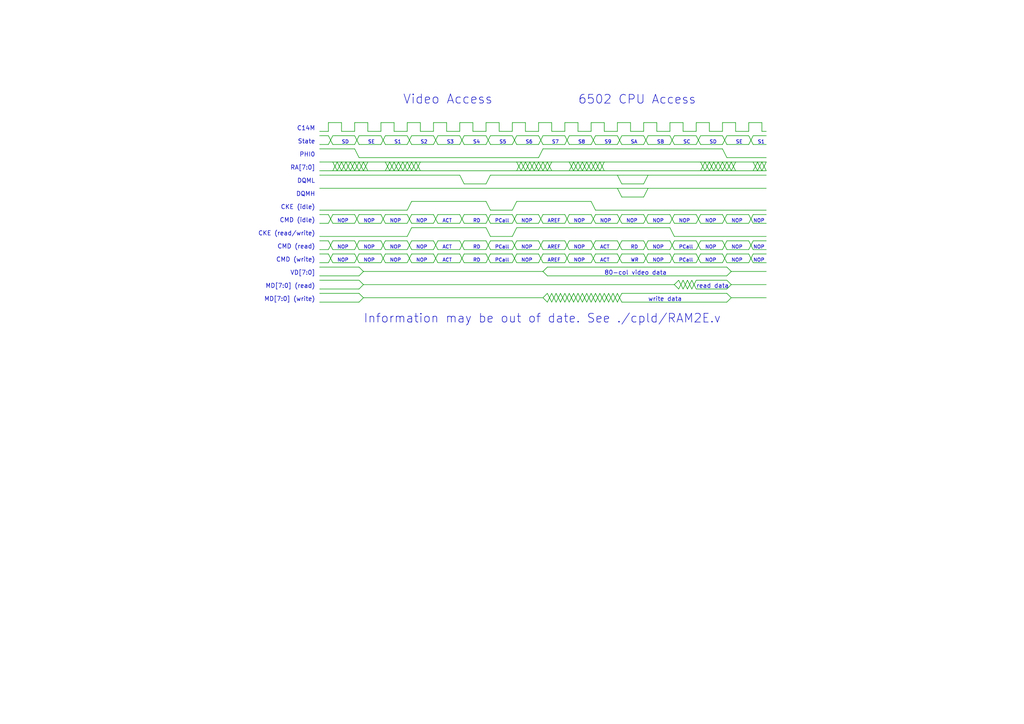
<source format=kicad_sch>
(kicad_sch (version 20230121) (generator eeschema)
  (paper "A4")
  (title_block (title "GW4203B (RAM2E II) - LCMXO2-640 / LCMXO2-1200") (date "2023-10-21") (rev "2.1") (company "Garrett's Workshop"))
  (lib_symbols)
  (wire (pts (xy 118.11 49.53) (xy 119.38 46.99)))
  (wire (pts (xy 125.73 73.66) (xy 119.38 73.66)))
  (wire (pts (xy 104.14 41.91) (xy 110.49 41.91)))
  (wire (pts (xy 219.71 49.53) (xy 220.98 46.99)))
  (wire (pts (xy 172.72 87.63) (xy 173.99 85.09)))
  (wire (pts (xy 172.72 64.77) (xy 179.07 64.77)))
  (wire (pts (xy 149.86 64.77) (xy 156.21 64.77)))
  (wire (pts (xy 149.86 46.99) (xy 151.13 49.53)))
  (wire (pts (xy 210.82 49.53) (xy 212.09 46.99)))
  (wire (pts (xy 203.2 41.91) (xy 209.55 41.91)))
  (wire (pts (xy 156.21 73.66) (xy 149.86 73.66)))
  (wire (pts (xy 163.83 64.77) (xy 165.1 62.23)))
  (wire (pts (xy 156.21 39.37) (xy 157.48 41.91)))
  (wire (pts (xy 95.25 38.1) (xy 92.71 38.1)))
  (wire (pts (xy 104.14 85.09) (xy 105.41 86.36)))
  (wire (pts (xy 96.52 64.77) (xy 102.87 64.77)))
  (wire (pts (xy 95.25 62.23) (xy 96.52 64.77)))
  (wire (pts (xy 104.14 45.72) (xy 156.21 45.72)))
  (wire (pts (xy 102.87 73.66) (xy 104.14 76.2)))
  (wire (pts (xy 92.71 54.61) (xy 222.25 54.61)))
  (wire (pts (xy 210.82 77.47) (xy 212.09 78.74)))
  (wire (pts (xy 110.49 73.66) (xy 104.14 73.66)))
  (wire (pts (xy 173.99 49.53) (xy 175.26 46.99)))
  (wire (pts (xy 92.71 49.53) (xy 222.25 49.53)))
  (wire (pts (xy 157.48 78.74) (xy 158.75 80.01)))
  (wire (pts (xy 156.21 69.85) (xy 157.48 72.39)))
  (wire (pts (xy 209.55 39.37) (xy 203.2 39.37)))
  (wire (pts (xy 179.07 54.61) (xy 180.34 57.15)))
  (wire (pts (xy 212.09 82.55) (xy 210.82 83.82)))
  (wire (pts (xy 95.25 72.39) (xy 96.52 69.85)))
  (wire (pts (xy 172.72 76.2) (xy 179.07 76.2)))
  (wire (pts (xy 222.25 62.23) (xy 218.44 62.23)))
  (wire (pts (xy 218.44 76.2) (xy 222.25 76.2)))
  (wire (pts (xy 201.93 35.56) (xy 205.74 35.56)))
  (wire (pts (xy 201.93 69.85) (xy 195.58 69.85)))
  (wire (pts (xy 118.11 69.85) (xy 111.76 69.85)))
  (wire (pts (xy 156.21 62.23) (xy 157.48 64.77)))
  (wire (pts (xy 209.55 41.91) (xy 210.82 39.37)))
  (wire (pts (xy 163.83 62.23) (xy 165.1 64.77)))
  (wire (pts (xy 212.09 86.36) (xy 210.82 87.63)))
  (wire (pts (xy 217.17 62.23) (xy 218.44 64.77)))
  (wire (pts (xy 119.38 76.2) (xy 125.73 76.2)))
  (wire (pts (xy 113.03 46.99) (xy 114.3 49.53)))
  (wire (pts (xy 96.52 49.53) (xy 97.79 46.99)))
  (wire (pts (xy 168.91 46.99) (xy 170.18 49.53)))
  (wire (pts (xy 134.62 64.77) (xy 140.97 64.77)))
  (wire (pts (xy 157.48 86.36) (xy 105.41 86.36)))
  (wire (pts (xy 175.26 38.1) (xy 179.07 38.1)))
  (wire (pts (xy 179.07 39.37) (xy 172.72 39.37)))
  (wire (pts (xy 171.45 73.66) (xy 165.1 73.66)))
  (wire (pts (xy 104.14 49.53) (xy 105.41 46.99)))
  (wire (pts (xy 194.31 41.91) (xy 195.58 39.37)))
  (wire (pts (xy 133.35 73.66) (xy 134.62 76.2)))
  (wire (pts (xy 180.34 87.63) (xy 210.82 87.63)))
  (wire (pts (xy 118.11 62.23) (xy 111.76 62.23)))
  (wire (pts (xy 194.31 72.39) (xy 195.58 69.85)))
  (wire (pts (xy 118.11 60.96) (xy 92.71 60.96)))
  (wire (pts (xy 140.97 58.42) (xy 142.24 60.96)))
  (wire (pts (xy 209.55 64.77) (xy 210.82 62.23)))
  (wire (pts (xy 110.49 72.39) (xy 111.76 69.85)))
  (wire (pts (xy 102.87 64.77) (xy 104.14 62.23)))
  (wire (pts (xy 133.35 69.85) (xy 127 69.85)))
  (wire (pts (xy 102.87 38.1) (xy 102.87 35.56)))
  (wire (pts (xy 92.71 43.18) (xy 102.87 43.18)))
  (wire (pts (xy 115.57 46.99) (xy 116.84 49.53)))
  (wire (pts (xy 171.45 58.42) (xy 172.72 60.96)))
  (wire (pts (xy 142.24 41.91) (xy 148.59 41.91)))
  (wire (pts (xy 118.11 41.91) (xy 119.38 39.37)))
  (wire (pts (xy 110.49 38.1) (xy 110.49 35.56)))
  (wire (pts (xy 171.45 49.53) (xy 172.72 46.99)))
  (wire (pts (xy 167.64 38.1) (xy 171.45 38.1)))
  (wire (pts (xy 201.93 72.39) (xy 203.2 69.85)))
  (wire (pts (xy 119.38 46.99) (xy 120.65 49.53)))
  (wire (pts (xy 180.34 72.39) (xy 186.69 72.39)))
  (wire (pts (xy 102.87 39.37) (xy 96.52 39.37)))
  (wire (pts (xy 101.6 49.53) (xy 102.87 46.99)))
  (wire (pts (xy 190.5 38.1) (xy 194.31 38.1)))
  (wire (pts (xy 205.74 46.99) (xy 207.01 49.53)))
  (wire (pts (xy 101.6 46.99) (xy 102.87 49.53)))
  (wire (pts (xy 218.44 46.99) (xy 219.71 49.53)))
  (wire (pts (xy 201.93 41.91) (xy 203.2 39.37)))
  (wire (pts (xy 201.93 76.2) (xy 203.2 73.66)))
  (wire (pts (xy 160.02 35.56) (xy 160.02 38.1)))
  (wire (pts (xy 209.55 62.23) (xy 203.2 62.23)))
  (wire (pts (xy 195.58 64.77) (xy 201.93 64.77)))
  (wire (pts (xy 105.41 82.55) (xy 195.58 82.55)))
  (wire (pts (xy 201.93 83.82) (xy 210.82 83.82)))
  (wire (pts (xy 208.28 49.53) (xy 209.55 46.99)))
  (wire (pts (xy 156.21 64.77) (xy 157.48 62.23)))
  (wire (pts (xy 218.44 64.77) (xy 222.25 64.77)))
  (wire (pts (xy 179.07 87.63) (xy 180.34 85.09)))
  (wire (pts (xy 194.31 62.23) (xy 187.96 62.23)))
  (wire (pts (xy 105.41 78.74) (xy 157.48 78.74)))
  (wire (pts (xy 105.41 49.53) (xy 106.68 46.99)))
  (wire (pts (xy 209.55 39.37) (xy 210.82 41.91)))
  (wire (pts (xy 217.17 35.56) (xy 220.98 35.56)))
  (wire (pts (xy 220.98 38.1) (xy 222.25 38.1)))
  (wire (pts (xy 163.83 39.37) (xy 157.48 39.37)))
  (wire (pts (xy 157.48 64.77) (xy 163.83 64.77)))
  (wire (pts (xy 177.8 87.63) (xy 179.07 85.09)))
  (wire (pts (xy 217.17 39.37) (xy 210.82 39.37)))
  (wire (pts (xy 165.1 64.77) (xy 171.45 64.77)))
  (wire (pts (xy 100.33 49.53) (xy 101.6 46.99)))
  (wire (pts (xy 140.97 38.1) (xy 140.97 35.56)))
  (wire (pts (xy 171.45 38.1) (xy 171.45 35.56)))
  (wire (pts (xy 180.34 41.91) (xy 186.69 41.91)))
  (wire (pts (xy 140.97 69.85) (xy 142.24 72.39)))
  (wire (pts (xy 194.31 38.1) (xy 194.31 35.56)))
  (wire (pts (xy 95.25 64.77) (xy 96.52 62.23)))
  (wire (pts (xy 110.49 69.85) (xy 111.76 72.39)))
  (wire (pts (xy 125.73 41.91) (xy 127 39.37)))
  (wire (pts (xy 186.69 73.66) (xy 180.34 73.66)))
  (wire (pts (xy 171.45 69.85) (xy 172.72 72.39)))
  (wire (pts (xy 179.07 39.37) (xy 180.34 41.91)))
  (wire (pts (xy 148.59 38.1) (xy 148.59 35.56)))
  (wire (pts (xy 212.09 46.99) (xy 213.36 49.53)))
  (wire (pts (xy 217.17 69.85) (xy 218.44 72.39)))
  (wire (pts (xy 203.2 49.53) (xy 204.47 46.99)))
  (wire (pts (xy 149.86 41.91) (xy 156.21 41.91)))
  (wire (pts (xy 119.38 64.77) (xy 125.73 64.77)))
  (wire (pts (xy 186.69 62.23) (xy 187.96 64.77)))
  (wire (pts (xy 95.25 35.56) (xy 95.25 38.1)))
  (wire (pts (xy 176.53 87.63) (xy 177.8 85.09)))
  (wire (pts (xy 102.87 72.39) (xy 104.14 69.85)))
  (wire (pts (xy 163.83 39.37) (xy 165.1 41.91)))
  (wire (pts (xy 95.25 69.85) (xy 92.71 69.85)))
  (wire (pts (xy 210.82 81.28) (xy 212.09 82.55)))
  (wire (pts (xy 140.97 73.66) (xy 142.24 76.2)))
  (wire (pts (xy 102.87 46.99) (xy 104.14 49.53)))
  (wire (pts (xy 217.17 41.91) (xy 218.44 39.37)))
  (wire (pts (xy 110.49 39.37) (xy 111.76 41.91)))
  (wire (pts (xy 205.74 49.53) (xy 207.01 46.99)))
  (wire (pts (xy 118.11 76.2) (xy 119.38 73.66)))
  (wire (pts (xy 100.33 46.99) (xy 101.6 49.53)))
  (wire (pts (xy 92.71 83.82) (xy 104.14 83.82)))
  (wire (pts (xy 168.91 87.63) (xy 170.18 85.09)))
  (wire (pts (xy 209.55 35.56) (xy 213.36 35.56)))
  (wire (pts (xy 179.07 72.39) (xy 180.34 69.85)))
  (wire (pts (xy 121.92 35.56) (xy 121.92 38.1)))
  (wire (pts (xy 195.58 72.39) (xy 201.93 72.39)))
  (wire (pts (xy 133.35 41.91) (xy 134.62 39.37)))
  (wire (pts (xy 163.83 69.85) (xy 165.1 72.39)))
  (wire (pts (xy 157.48 41.91) (xy 163.83 41.91)))
  (wire (pts (xy 106.68 38.1) (xy 110.49 38.1)))
  (wire (pts (xy 133.35 39.37) (xy 134.62 41.91)))
  (wire (pts (xy 203.2 76.2) (xy 209.55 76.2)))
  (wire (pts (xy 186.69 38.1) (xy 186.69 35.56)))
  (wire (pts (xy 203.2 46.99) (xy 204.47 49.53)))
  (wire (pts (xy 118.11 73.66) (xy 119.38 76.2)))
  (wire (pts (xy 140.97 69.85) (xy 134.62 69.85)))
  (wire (pts (xy 210.82 85.09) (xy 212.09 86.36)))
  (wire (pts (xy 201.93 62.23) (xy 203.2 64.77)))
  (wire (pts (xy 209.55 73.66) (xy 203.2 73.66)))
  (wire (pts (xy 194.31 73.66) (xy 187.96 73.66)))
  (wire (pts (xy 217.17 62.23) (xy 210.82 62.23)))
  (wire (pts (xy 194.31 39.37) (xy 195.58 41.91)))
  (wire (pts (xy 187.96 64.77) (xy 194.31 64.77)))
  (wire (pts (xy 195.58 41.91) (xy 201.93 41.91)))
  (wire (pts (xy 165.1 41.91) (xy 171.45 41.91)))
  (wire (pts (xy 157.48 78.74) (xy 158.75 77.47)))
  (wire (pts (xy 171.45 85.09) (xy 172.72 87.63)))
  (wire (pts (xy 114.3 35.56) (xy 114.3 38.1)))
  (wire (pts (xy 104.14 46.99) (xy 105.41 49.53)))
  (wire (pts (xy 148.59 62.23) (xy 149.86 64.77)))
  (wire (pts (xy 194.31 62.23) (xy 195.58 64.77)))
  (wire (pts (xy 210.82 45.72) (xy 222.25 45.72)))
  (wire (pts (xy 148.59 73.66) (xy 149.86 76.2)))
  (wire (pts (xy 168.91 49.53) (xy 170.18 46.99)))
  (wire (pts (xy 194.31 69.85) (xy 195.58 72.39)))
  (wire (pts (xy 140.97 73.66) (xy 134.62 73.66)))
  (wire (pts (xy 175.26 35.56) (xy 175.26 38.1)))
  (wire (pts (xy 171.45 87.63) (xy 172.72 85.09)))
  (wire (pts (xy 179.07 38.1) (xy 179.07 35.56)))
  (wire (pts (xy 199.39 81.28) (xy 200.66 83.82)))
  (wire (pts (xy 118.11 38.1) (xy 118.11 35.56)))
  (wire (pts (xy 133.35 73.66) (xy 127 73.66)))
  (wire (pts (xy 186.69 69.85) (xy 187.96 72.39)))
  (wire (pts (xy 142.24 68.58) (xy 148.59 68.58)))
  (wire (pts (xy 201.93 73.66) (xy 203.2 76.2)))
  (wire (pts (xy 118.11 39.37) (xy 119.38 41.91)))
  (wire (pts (xy 160.02 38.1) (xy 163.83 38.1)))
  (wire (pts (xy 186.69 39.37) (xy 187.96 41.91)))
  (wire (pts (xy 144.78 38.1) (xy 148.59 38.1)))
  (wire (pts (xy 158.75 87.63) (xy 160.02 85.09)))
  (wire (pts (xy 171.45 72.39) (xy 172.72 69.85)))
  (wire (pts (xy 95.25 69.85) (xy 96.52 72.39)))
  (wire (pts (xy 140.97 39.37) (xy 134.62 39.37)))
  (wire (pts (xy 201.93 64.77) (xy 203.2 62.23)))
  (wire (pts (xy 172.72 41.91) (xy 179.07 41.91)))
  (wire (pts (xy 198.12 83.82) (xy 199.39 81.28)))
  (wire (pts (xy 120.65 46.99) (xy 121.92 49.53)))
  (wire (pts (xy 179.07 62.23) (xy 172.72 62.23)))
  (wire (pts (xy 157.48 43.18) (xy 209.55 43.18)))
  (wire (pts (xy 92.71 77.47) (xy 104.14 77.47)))
  (wire (pts (xy 99.06 49.53) (xy 100.33 46.99)))
  (wire (pts (xy 142.24 50.8) (xy 222.25 50.8)))
  (wire (pts (xy 114.3 38.1) (xy 118.11 38.1)))
  (wire (pts (xy 210.82 76.2) (xy 217.17 76.2)))
  (wire (pts (xy 171.45 73.66) (xy 172.72 76.2)))
  (wire (pts (xy 203.2 64.77) (xy 209.55 64.77)))
  (wire (pts (xy 148.59 72.39) (xy 149.86 69.85)))
  (wire (pts (xy 111.76 46.99) (xy 113.03 49.53)))
  (wire (pts (xy 129.54 38.1) (xy 133.35 38.1)))
  (wire (pts (xy 160.02 85.09) (xy 161.29 87.63)))
  (wire (pts (xy 105.41 78.74) (xy 104.14 80.01)))
  (wire (pts (xy 133.35 69.85) (xy 134.62 72.39)))
  (wire (pts (xy 129.54 35.56) (xy 129.54 38.1)))
  (wire (pts (xy 217.17 38.1) (xy 217.17 35.56)))
  (wire (pts (xy 140.97 64.77) (xy 142.24 62.23)))
  (wire (pts (xy 179.07 73.66) (xy 172.72 73.66)))
  (wire (pts (xy 125.73 35.56) (xy 129.54 35.56)))
  (wire (pts (xy 194.31 64.77) (xy 195.58 62.23)))
  (wire (pts (xy 179.07 41.91) (xy 180.34 39.37)))
  (wire (pts (xy 175.26 85.09) (xy 176.53 87.63)))
  (wire (pts (xy 140.97 62.23) (xy 142.24 64.77)))
  (wire (pts (xy 111.76 49.53) (xy 113.03 46.99)))
  (wire (pts (xy 110.49 76.2) (xy 111.76 73.66)))
  (wire (pts (xy 133.35 35.56) (xy 137.16 35.56)))
  (wire (pts (xy 220.98 49.53) (xy 222.25 46.99)))
  (wire (pts (xy 127 76.2) (xy 133.35 76.2)))
  (wire (pts (xy 167.64 35.56) (xy 167.64 38.1)))
  (wire (pts (xy 137.16 38.1) (xy 140.97 38.1)))
  (wire (pts (xy 158.75 85.09) (xy 160.02 87.63)))
  (wire (pts (xy 179.07 62.23) (xy 180.34 64.77)))
  (wire (pts (xy 134.62 72.39) (xy 140.97 72.39)))
  (wire (pts (xy 116.84 46.99) (xy 118.11 49.53)))
  (wire (pts (xy 102.87 69.85) (xy 96.52 69.85)))
  (wire (pts (xy 163.83 73.66) (xy 157.48 73.66)))
  (wire (pts (xy 165.1 72.39) (xy 171.45 72.39)))
  (wire (pts (xy 187.96 72.39) (xy 194.31 72.39)))
  (wire (pts (xy 166.37 49.53) (xy 167.64 46.99)))
  (wire (pts (xy 96.52 72.39) (xy 102.87 72.39)))
  (wire (pts (xy 92.71 50.8) (xy 133.35 50.8)))
  (wire (pts (xy 156.21 45.72) (xy 157.48 43.18)))
  (wire (pts (xy 171.45 39.37) (xy 172.72 41.91)))
  (wire (pts (xy 175.26 87.63) (xy 176.53 85.09)))
  (wire (pts (xy 172.72 46.99) (xy 173.99 49.53)))
  (wire (pts (xy 179.07 73.66) (xy 180.34 76.2)))
  (wire (pts (xy 167.64 85.09) (xy 168.91 87.63)))
  (wire (pts (xy 186.69 39.37) (xy 180.34 39.37)))
  (wire (pts (xy 222.25 73.66) (xy 218.44 73.66)))
  (wire (pts (xy 110.49 39.37) (xy 104.14 39.37)))
  (wire (pts (xy 95.25 76.2) (xy 92.71 76.2)))
  (wire (pts (xy 170.18 87.63) (xy 171.45 85.09)))
  (wire (pts (xy 180.34 85.09) (xy 210.82 85.09)))
  (wire (pts (xy 152.4 38.1) (xy 156.21 38.1)))
  (wire (pts (xy 158.75 49.53) (xy 160.02 46.99)))
  (wire (pts (xy 163.83 35.56) (xy 167.64 35.56)))
  (wire (pts (xy 106.68 35.56) (xy 106.68 38.1)))
  (wire (pts (xy 104.14 64.77) (xy 110.49 64.77)))
  (wire (pts (xy 187.96 41.91) (xy 194.31 41.91)))
  (wire (pts (xy 111.76 41.91) (xy 118.11 41.91)))
  (wire (pts (xy 157.48 72.39) (xy 163.83 72.39)))
  (wire (pts (xy 218.44 49.53) (xy 219.71 46.99)))
  (wire (pts (xy 144.78 35.56) (xy 144.78 38.1)))
  (wire (pts (xy 213.36 38.1) (xy 217.17 38.1)))
  (wire (pts (xy 158.75 80.01) (xy 210.82 80.01)))
  (wire (pts (xy 165.1 46.99) (xy 166.37 49.53)))
  (wire (pts (xy 163.83 85.09) (xy 165.1 87.63)))
  (wire (pts (xy 134.62 41.91) (xy 140.97 41.91)))
  (wire (pts (xy 205.74 38.1) (xy 209.55 38.1)))
  (wire (pts (xy 212.09 82.55) (xy 222.25 82.55)))
  (wire (pts (xy 217.17 64.77) (xy 218.44 62.23)))
  (wire (pts (xy 172.72 49.53) (xy 173.99 46.99)))
  (wire (pts (xy 209.55 69.85) (xy 203.2 69.85)))
  (wire (pts (xy 196.85 83.82) (xy 198.12 81.28)))
  (wire (pts (xy 209.55 46.99) (xy 210.82 49.53)))
  (wire (pts (xy 133.35 64.77) (xy 134.62 62.23)))
  (wire (pts (xy 133.35 38.1) (xy 133.35 35.56)))
  (wire (pts (xy 156.21 72.39) (xy 157.48 69.85)))
  (wire (pts (xy 163.83 72.39) (xy 165.1 69.85)))
  (wire (pts (xy 127 64.77) (xy 133.35 64.77)))
  (wire (pts (xy 156.21 76.2) (xy 157.48 73.66)))
  (wire (pts (xy 212.09 49.53) (xy 213.36 46.99)))
  (wire (pts (xy 96.52 46.99) (xy 97.79 49.53)))
  (wire (pts (xy 104.14 77.47) (xy 105.41 78.74)))
  (wire (pts (xy 171.45 64.77) (xy 172.72 62.23)))
  (wire (pts (xy 172.72 60.96) (xy 222.25 60.96)))
  (wire (pts (xy 157.48 86.36) (xy 158.75 87.63)))
  (wire (pts (xy 148.59 73.66) (xy 142.24 73.66)))
  (wire (pts (xy 153.67 46.99) (xy 154.94 49.53)))
  (wire (pts (xy 210.82 46.99) (xy 212.09 49.53)))
  (wire (pts (xy 209.55 72.39) (xy 210.82 69.85)))
  (wire (pts (xy 110.49 64.77) (xy 111.76 62.23)))
  (wire (pts (xy 142.24 76.2) (xy 148.59 76.2)))
  (wire (pts (xy 95.25 72.39) (xy 92.71 72.39)))
  (wire (pts (xy 194.31 39.37) (xy 187.96 39.37)))
  (wire (pts (xy 186.69 35.56) (xy 190.5 35.56)))
  (wire (pts (xy 133.35 50.8) (xy 134.62 53.34)))
  (wire (pts (xy 217.17 73.66) (xy 210.82 73.66)))
  (wire (pts (xy 113.03 49.53) (xy 114.3 46.99)))
  (wire (pts (xy 119.38 66.04) (xy 118.11 68.58)))
  (wire (pts (xy 167.64 46.99) (xy 168.91 49.53)))
  (wire (pts (xy 186.69 64.77) (xy 187.96 62.23)))
  (wire (pts (xy 140.97 58.42) (xy 119.38 58.42)))
  (wire (pts (xy 151.13 46.99) (xy 152.4 49.53)))
  (wire (pts (xy 217.17 39.37) (xy 218.44 41.91)))
  (wire (pts (xy 201.93 39.37) (xy 195.58 39.37)))
  (wire (pts (xy 102.87 49.53) (xy 104.14 46.99)))
  (wire (pts (xy 149.86 72.39) (xy 156.21 72.39)))
  (wire (pts (xy 140.97 41.91) (xy 142.24 39.37)))
  (wire (pts (xy 180.34 64.77) (xy 186.69 64.77)))
  (wire (pts (xy 209.55 76.2) (xy 210.82 73.66)))
  (wire (pts (xy 118.11 39.37) (xy 111.76 39.37)))
  (wire (pts (xy 179.07 50.8) (xy 180.34 53.34)))
  (wire (pts (xy 99.06 46.99) (xy 100.33 49.53)))
  (wire (pts (xy 186.69 72.39) (xy 187.96 69.85)))
  (wire (pts (xy 110.49 41.91) (xy 111.76 39.37)))
  (wire (pts (xy 92.71 46.99) (xy 222.25 46.99)))
  (wire (pts (xy 163.83 76.2) (xy 165.1 73.66)))
  (wire (pts (xy 172.72 85.09) (xy 173.99 87.63)))
  (wire (pts (xy 179.07 64.77) (xy 180.34 62.23)))
  (wire (pts (xy 105.41 86.36) (xy 104.14 87.63)))
  (wire (pts (xy 92.71 85.09) (xy 104.14 85.09)))
  (wire (pts (xy 165.1 85.09) (xy 166.37 87.63)))
  (wire (pts (xy 163.83 62.23) (xy 157.48 62.23)))
  (wire (pts (xy 95.25 64.77) (xy 92.71 64.77)))
  (wire (pts (xy 204.47 49.53) (xy 205.74 46.99)))
  (wire (pts (xy 163.83 87.63) (xy 165.1 85.09)))
  (wire (pts (xy 194.31 35.56) (xy 198.12 35.56)))
  (wire (pts (xy 161.29 87.63) (xy 162.56 85.09)))
  (wire (pts (xy 163.83 73.66) (xy 165.1 76.2)))
  (wire (pts (xy 102.87 69.85) (xy 104.14 72.39)))
  (wire (pts (xy 186.69 41.91) (xy 187.96 39.37)))
  (wire (pts (xy 95.25 41.91) (xy 96.52 39.37)))
  (wire (pts (xy 125.73 62.23) (xy 127 64.77)))
  (wire (pts (xy 194.31 69.85) (xy 187.96 69.85)))
  (wire (pts (xy 95.25 62.23) (xy 92.71 62.23)))
  (wire (pts (xy 125.73 62.23) (xy 119.38 62.23)))
  (wire (pts (xy 180.34 57.15) (xy 186.69 57.15)))
  (wire (pts (xy 140.97 76.2) (xy 142.24 73.66)))
  (wire (pts (xy 125.73 38.1) (xy 125.73 35.56)))
  (wire (pts (xy 148.59 76.2) (xy 149.86 73.66)))
  (wire (pts (xy 118.11 64.77) (xy 119.38 62.23)))
  (wire (pts (xy 118.11 46.99) (xy 119.38 49.53)))
  (wire (pts (xy 102.87 39.37) (xy 104.14 41.91)))
  (wire (pts (xy 160.02 87.63) (xy 161.29 85.09)))
  (wire (pts (xy 194.31 73.66) (xy 195.58 76.2)))
  (wire (pts (xy 99.06 35.56) (xy 99.06 38.1)))
  (wire (pts (xy 125.73 76.2) (xy 127 73.66)))
  (wire (pts (xy 172.72 72.39) (xy 179.07 72.39)))
  (wire (pts (xy 165.1 49.53) (xy 166.37 46.99)))
  (wire (pts (xy 133.35 39.37) (xy 127 39.37)))
  (wire (pts (xy 157.48 46.99) (xy 158.75 49.53)))
  (wire (pts (xy 120.65 49.53) (xy 121.92 46.99)))
  (wire (pts (xy 186.69 57.15) (xy 187.96 54.61)))
  (wire (pts (xy 95.25 39.37) (xy 96.52 41.91)))
  (wire (pts (xy 110.49 69.85) (xy 104.14 69.85)))
  (wire (pts (xy 148.59 35.56) (xy 152.4 35.56)))
  (wire (pts (xy 140.97 53.34) (xy 142.24 50.8)))
  (wire (pts (xy 140.97 66.04) (xy 119.38 66.04)))
  (wire (pts (xy 222.25 69.85) (xy 218.44 69.85)))
  (wire (pts (xy 167.64 87.63) (xy 168.91 85.09)))
  (wire (pts (xy 148.59 69.85) (xy 149.86 72.39)))
  (wire (pts (xy 217.17 73.66) (xy 218.44 76.2)))
  (wire (pts (xy 201.93 73.66) (xy 195.58 73.66)))
  (wire (pts (xy 204.47 46.99) (xy 205.74 49.53)))
  (wire (pts (xy 125.73 39.37) (xy 119.38 39.37)))
  (wire (pts (xy 104.14 72.39) (xy 110.49 72.39)))
  (wire (pts (xy 111.76 64.77) (xy 118.11 64.77)))
  (wire (pts (xy 148.59 62.23) (xy 142.24 62.23)))
  (wire (pts (xy 201.93 81.28) (xy 210.82 81.28)))
  (wire (pts (xy 209.55 49.53) (xy 210.82 46.99)))
  (wire (pts (xy 201.93 39.37) (xy 203.2 41.91)))
  (wire (pts (xy 142.24 72.39) (xy 148.59 72.39)))
  (wire (pts (xy 96.52 41.91) (xy 102.87 41.91)))
  (wire (pts (xy 97.79 49.53) (xy 99.06 46.99)))
  (wire (pts (xy 194.31 76.2) (xy 195.58 73.66)))
  (wire (pts (xy 199.39 83.82) (xy 200.66 81.28)))
  (wire (pts (xy 140.97 72.39) (xy 142.24 69.85)))
  (wire (pts (xy 99.06 38.1) (xy 102.87 38.1)))
  (wire (pts (xy 119.38 72.39) (xy 125.73 72.39)))
  (wire (pts (xy 210.82 41.91) (xy 217.17 41.91)))
  (wire (pts (xy 165.1 87.63) (xy 166.37 85.09)))
  (wire (pts (xy 195.58 68.58) (xy 222.25 68.58)))
  (wire (pts (xy 207.01 46.99) (xy 208.28 49.53)))
  (wire (pts (xy 186.69 53.34) (xy 187.96 50.8)))
  (wire (pts (xy 152.4 46.99) (xy 153.67 49.53)))
  (wire (pts (xy 156.21 69.85) (xy 149.86 69.85)))
  (wire (pts (xy 157.48 86.36) (xy 158.75 85.09)))
  (wire (pts (xy 114.3 46.99) (xy 115.57 49.53)))
  (wire (pts (xy 110.49 35.56) (xy 114.3 35.56)))
  (wire (pts (xy 217.17 72.39) (xy 218.44 69.85)))
  (wire (pts (xy 92.71 87.63) (xy 104.14 87.63)))
  (wire (pts (xy 200.66 83.82) (xy 201.93 81.28)))
  (wire (pts (xy 111.76 72.39) (xy 118.11 72.39)))
  (wire (pts (xy 154.94 49.53) (xy 156.21 46.99)))
  (wire (pts (xy 166.37 85.09) (xy 167.64 87.63)))
  (wire (pts (xy 186.69 76.2) (xy 187.96 73.66)))
  (wire (pts (xy 95.25 76.2) (xy 96.52 73.66)))
  (wire (pts (xy 92.71 81.28) (xy 104.14 81.28)))
  (wire (pts (xy 125.73 69.85) (xy 127 72.39)))
  (wire (pts (xy 118.11 69.85) (xy 119.38 72.39)))
  (wire (pts (xy 201.93 69.85) (xy 203.2 72.39)))
  (wire (pts (xy 127 72.39) (xy 133.35 72.39)))
  (wire (pts (xy 116.84 49.53) (xy 118.11 46.99)))
  (wire (pts (xy 153.67 49.53) (xy 154.94 46.99)))
  (wire (pts (xy 190.5 35.56) (xy 190.5 38.1)))
  (wire (pts (xy 212.09 86.36) (xy 222.25 86.36)))
  (wire (pts (xy 102.87 43.18) (xy 104.14 45.72)))
  (wire (pts (xy 142.24 60.96) (xy 148.59 60.96)))
  (wire (pts (xy 125.73 64.77) (xy 127 62.23)))
  (wire (pts (xy 182.88 38.1) (xy 186.69 38.1)))
  (wire (pts (xy 158.75 77.47) (xy 210.82 77.47)))
  (wire (pts (xy 157.48 49.53) (xy 158.75 46.99)))
  (wire (pts (xy 198.12 35.56) (xy 198.12 38.1)))
  (wire (pts (xy 102.87 62.23) (xy 104.14 64.77)))
  (wire (pts (xy 220.98 35.56) (xy 220.98 38.1)))
  (wire (pts (xy 102.87 73.66) (xy 96.52 73.66)))
  (wire (pts (xy 218.44 41.91) (xy 222.25 41.91)))
  (wire (pts (xy 110.49 73.66) (xy 111.76 76.2)))
  (wire (pts (xy 127 41.91) (xy 133.35 41.91)))
  (wire (pts (xy 134.62 76.2) (xy 140.97 76.2)))
  (wire (pts (xy 157.48 76.2) (xy 163.83 76.2)))
  (wire (pts (xy 158.75 46.99) (xy 160.02 49.53)))
  (wire (pts (xy 156.21 39.37) (xy 149.86 39.37)))
  (wire (pts (xy 133.35 72.39) (xy 134.62 69.85)))
  (wire (pts (xy 156.21 35.56) (xy 160.02 35.56)))
  (wire (pts (xy 148.59 39.37) (xy 149.86 41.91)))
  (wire (pts (xy 118.11 35.56) (xy 121.92 35.56)))
  (wire (pts (xy 195.58 82.55) (xy 196.85 83.82)))
  (wire (pts (xy 115.57 49.53) (xy 116.84 46.99)))
  (wire (pts (xy 140.97 62.23) (xy 134.62 62.23)))
  (wire (pts (xy 210.82 64.77) (xy 217.17 64.77)))
  (wire (pts (xy 119.38 58.42) (xy 118.11 60.96)))
  (wire (pts (xy 125.73 73.66) (xy 127 76.2)))
  (wire (pts (xy 186.69 73.66) (xy 187.96 76.2)))
  (wire (pts (xy 149.86 66.04) (xy 148.59 68.58)))
  (wire (pts (xy 201.93 38.1) (xy 201.93 35.56)))
  (wire (pts (xy 162.56 87.63) (xy 163.83 85.09)))
  (wire (pts (xy 125.73 69.85) (xy 119.38 69.85)))
  (wire (pts (xy 218.44 72.39) (xy 222.25 72.39)))
  (wire (pts (xy 187.96 76.2) (xy 194.31 76.2)))
  (wire (pts (xy 118.11 62.23) (xy 119.38 64.77)))
  (wire (pts (xy 213.36 35.56) (xy 213.36 38.1)))
  (wire (pts (xy 171.45 46.99) (xy 172.72 49.53)))
  (wire (pts (xy 196.85 81.28) (xy 198.12 83.82)))
  (wire (pts (xy 119.38 41.91) (xy 125.73 41.91)))
  (wire (pts (xy 198.12 81.28) (xy 199.39 83.82)))
  (wire (pts (xy 140.97 66.04) (xy 142.24 68.58)))
  (wire (pts (xy 203.2 72.39) (xy 209.55 72.39)))
  (wire (pts (xy 171.45 39.37) (xy 165.1 39.37)))
  (wire (pts (xy 104.14 76.2) (xy 110.49 76.2)))
  (wire (pts (xy 154.94 46.99) (xy 156.21 49.53)))
  (wire (pts (xy 171.45 41.91) (xy 172.72 39.37)))
  (wire (pts (xy 118.11 72.39) (xy 119.38 69.85)))
  (wire (pts (xy 156.21 38.1) (xy 156.21 35.56)))
  (wire (pts (xy 156.21 49.53) (xy 157.48 46.99)))
  (wire (pts (xy 140.97 39.37) (xy 142.24 41.91)))
  (wire (pts (xy 179.07 69.85) (xy 172.72 69.85)))
  (wire (pts (xy 102.87 76.2) (xy 104.14 73.66)))
  (wire (pts (xy 110.49 62.23) (xy 104.14 62.23)))
  (wire (pts (xy 95.25 41.91) (xy 92.71 41.91)))
  (wire (pts (xy 195.58 82.55) (xy 196.85 81.28)))
  (wire (pts (xy 156.21 73.66) (xy 157.48 76.2)))
  (wire (pts (xy 148.59 69.85) (xy 142.24 69.85)))
  (wire (pts (xy 152.4 49.53) (xy 153.67 46.99)))
  (wire (pts (xy 95.25 39.37) (xy 92.71 39.37)))
  (wire (pts (xy 173.99 87.63) (xy 175.26 85.09)))
  (wire (pts (xy 163.83 41.91) (xy 165.1 39.37)))
  (wire (pts (xy 209.55 38.1) (xy 209.55 35.56)))
  (wire (pts (xy 180.34 76.2) (xy 186.69 76.2)))
  (wire (pts (xy 209.55 69.85) (xy 210.82 72.39)))
  (wire (pts (xy 212.09 78.74) (xy 210.82 80.01)))
  (wire (pts (xy 148.59 41.91) (xy 149.86 39.37)))
  (wire (pts (xy 176.53 85.09) (xy 177.8 87.63)))
  (wire (pts (xy 133.35 62.23) (xy 134.62 64.77)))
  (wire (pts (xy 179.07 35.56) (xy 182.88 35.56)))
  (wire (pts (xy 149.86 58.42) (xy 148.59 60.96)))
  (wire (pts (xy 217.17 69.85) (xy 210.82 69.85)))
  (wire (pts (xy 200.66 81.28) (xy 201.93 83.82)))
  (wire (pts (xy 110.49 62.23) (xy 111.76 64.77)))
  (wire (pts (xy 201.93 62.23) (xy 195.58 62.23)))
  (wire (pts (xy 149.86 76.2) (xy 156.21 76.2)))
  (wire (pts (xy 125.73 72.39) (xy 127 69.85)))
  (wire (pts (xy 166.37 87.63) (xy 167.64 85.09)))
  (wire (pts (xy 148.59 64.77) (xy 149.86 62.23)))
  (wire (pts (xy 133.35 62.23) (xy 127 62.23)))
  (wire (pts (xy 179.07 76.2) (xy 180.34 73.66)))
  (wire (pts (xy 156.21 62.23) (xy 149.86 62.23)))
  (wire (pts (xy 102.87 35.56) (xy 106.68 35.56)))
  (wire (pts (xy 219.71 46.99) (xy 220.98 49.53)))
  (wire (pts (xy 170.18 49.53) (xy 171.45 46.99)))
  (wire (pts (xy 152.4 35.56) (xy 152.4 38.1)))
  (wire (pts (xy 194.31 66.04) (xy 149.86 66.04)))
  (wire (pts (xy 209.55 43.18) (xy 210.82 45.72)))
  (wire (pts (xy 207.01 49.53) (xy 208.28 46.99)))
  (wire (pts (xy 166.37 46.99) (xy 167.64 49.53)))
  (wire (pts (xy 105.41 82.55) (xy 104.14 83.82)))
  (wire (pts (xy 170.18 85.09) (xy 171.45 87.63)))
  (wire (pts (xy 217.17 76.2) (xy 218.44 73.66)))
  (wire (pts (xy 97.79 46.99) (xy 99.06 49.53)))
  (wire (pts (xy 142.24 64.77) (xy 148.59 64.77)))
  (wire (pts (xy 173.99 46.99) (xy 175.26 49.53)))
  (wire (pts (xy 210.82 72.39) (xy 217.17 72.39)))
  (wire (pts (xy 114.3 49.53) (xy 115.57 46.99)))
  (wire (pts (xy 179.07 69.85) (xy 180.34 72.39)))
  (wire (pts (xy 167.64 49.53) (xy 168.91 46.99)))
  (wire (pts (xy 173.99 85.09) (xy 175.26 87.63)))
  (wire (pts (xy 209.55 73.66) (xy 210.82 76.2)))
  (wire (pts (xy 168.91 85.09) (xy 170.18 87.63)))
  (wire (pts (xy 222.25 39.37) (xy 218.44 39.37)))
  (wire (pts (xy 171.45 62.23) (xy 172.72 64.77)))
  (wire (pts (xy 161.29 85.09) (xy 162.56 87.63)))
  (wire (pts (xy 125.73 39.37) (xy 127 41.91)))
  (wire (pts (xy 156.21 41.91) (xy 157.48 39.37)))
  (wire (pts (xy 163.83 69.85) (xy 157.48 69.85)))
  (wire (pts (xy 118.11 73.66) (xy 111.76 73.66)))
  (wire (pts (xy 118.11 68.58) (xy 92.71 68.58)))
  (wire (pts (xy 212.09 78.74) (xy 222.25 78.74)))
  (wire (pts (xy 102.87 62.23) (xy 96.52 62.23)))
  (wire (pts (xy 149.86 49.53) (xy 151.13 46.99)))
  (wire (pts (xy 133.35 76.2) (xy 134.62 73.66)))
  (wire (pts (xy 96.52 76.2) (xy 102.87 76.2)))
  (wire (pts (xy 119.38 49.53) (xy 120.65 46.99)))
  (wire (pts (xy 205.74 35.56) (xy 205.74 38.1)))
  (wire (pts (xy 162.56 85.09) (xy 163.83 87.63)))
  (wire (pts (xy 151.13 49.53) (xy 152.4 46.99)))
  (wire (pts (xy 194.31 66.04) (xy 195.58 68.58)))
  (wire (pts (xy 99.06 35.56) (xy 95.25 35.56)))
  (wire (pts (xy 95.25 73.66) (xy 92.71 73.66)))
  (wire (pts (xy 182.88 35.56) (xy 182.88 38.1)))
  (wire (pts (xy 102.87 41.91) (xy 104.14 39.37)))
  (wire (pts (xy 111.76 76.2) (xy 118.11 76.2)))
  (wire (pts (xy 177.8 85.09) (xy 179.07 87.63)))
  (wire (pts (xy 170.18 46.99) (xy 171.45 49.53)))
  (wire (pts (xy 121.92 38.1) (xy 125.73 38.1)))
  (wire (pts (xy 134.62 53.34) (xy 140.97 53.34)))
  (wire (pts (xy 165.1 76.2) (xy 171.45 76.2)))
  (wire (pts (xy 180.34 53.34) (xy 186.69 53.34)))
  (wire (pts (xy 209.55 62.23) (xy 210.82 64.77)))
  (wire (pts (xy 171.45 69.85) (xy 165.1 69.85)))
  (wire (pts (xy 186.69 69.85) (xy 180.34 69.85)))
  (wire (pts (xy 156.21 46.99) (xy 157.48 49.53)))
  (wire (pts (xy 105.41 46.99) (xy 106.68 49.53)))
  (wire (pts (xy 179.07 85.09) (xy 180.34 87.63)))
  (wire (pts (xy 198.12 38.1) (xy 201.93 38.1)))
  (wire (pts (xy 171.45 58.42) (xy 149.86 58.42)))
  (wire (pts (xy 163.83 38.1) (xy 163.83 35.56)))
  (wire (pts (xy 92.71 80.01) (xy 104.14 80.01)))
  (wire (pts (xy 148.59 39.37) (xy 142.24 39.37)))
  (wire (pts (xy 171.45 76.2) (xy 172.72 73.66)))
  (wire (pts (xy 137.16 35.56) (xy 137.16 38.1)))
  (wire (pts (xy 171.45 35.56) (xy 175.26 35.56)))
  (wire (pts (xy 95.25 73.66) (xy 96.52 76.2)))
  (wire (pts (xy 171.45 62.23) (xy 165.1 62.23)))
  (wire (pts (xy 186.69 62.23) (xy 180.34 62.23)))
  (wire (pts (xy 140.97 35.56) (xy 144.78 35.56)))
  (wire (pts (xy 220.98 46.99) (xy 222.25 49.53)))
  (wire (pts (xy 195.58 76.2) (xy 201.93 76.2)))
  (wire (pts (xy 208.28 46.99) (xy 209.55 49.53)))
  (wire (pts (xy 104.14 81.28) (xy 105.41 82.55)))
  (text "NOP" (at 151.13 76.2 0) (effects (font (size 1.016 1.016)) (justify left bottom)))
  (text "NOP" (at 189.23 64.77 0) (effects (font (size 1.016 1.016)) (justify left bottom)))
  (text "CMD (idle)" (at 91.44 64.77 0) (effects (font (size 1.27 1.27)) (justify right bottom)))
  (text "S9" (at 175.26 41.91 0) (effects (font (size 1.016 1.016)) (justify left bottom)))
  (text "AREF" (at 158.75 64.77 0) (effects (font (size 1.016 1.016)) (justify left bottom)))
  (text "Information may be out of date. See ./cpld/RAM2E.v" (at 105.41 93.98 0) (effects (font (size 2.54 2.54)) (justify left bottom)))
  (text "NOP" (at 218.44 64.77 0) (effects (font (size 1.016 1.016)) (justify left bottom)))
  (text "S6" (at 152.4 41.91 0) (effects (font (size 1.016 1.016)) (justify left bottom)))
  (text "S8" (at 167.64 41.91 0) (effects (font (size 1.016 1.016)) (justify left bottom)))
  (text "PCall" (at 143.51 76.2 0) (effects (font (size 1.016 1.016)) (justify left bottom)))
  (text "S3" (at 129.54 41.91 0) (effects (font (size 1.016 1.016)) (justify left bottom)))
  (text "NOP" (at 218.44 72.39 0) (effects (font (size 1.016 1.016)) (justify left bottom)))
  (text "ACT" (at 173.99 76.2 0) (effects (font (size 1.016 1.016)) (justify left bottom)))
  (text "S7" (at 160.02 41.91 0) (effects (font (size 1.016 1.016)) (justify left bottom)))
  (text "NOP" (at 105.41 64.77 0) (effects (font (size 1.016 1.016)) (justify left bottom)))
  (text "NOP" (at 204.47 72.39 0) (effects (font (size 1.016 1.016)) (justify left bottom)))
  (text "read data" (at 201.93 83.82 0) (effects (font (size 1.27 1.27)) (justify left bottom)))
  (text "PCall" (at 143.51 64.77 0) (effects (font (size 1.016 1.016)) (justify left bottom)))
  (text "MD[7:0] (write)" (at 91.44 87.63 0) (effects (font (size 1.27 1.27)) (justify right bottom)))
  (text "Video Access" (at 116.84 30.48 0) (effects (font (size 2.6416 2.6416)) (justify left bottom)))
  (text "MD[7:0] (read)" (at 91.44 83.82 0) (effects (font (size 1.27 1.27)) (justify right bottom)))
  (text "ACT" (at 173.99 72.39 0) (effects (font (size 1.016 1.016)) (justify left bottom)))
  (text "PHI0" (at 91.44 45.72 0) (effects (font (size 1.27 1.27)) (justify right bottom)))
  (text "S2" (at 121.92 41.91 0) (effects (font (size 1.016 1.016)) (justify left bottom)))
  (text "NOP" (at 113.03 72.39 0) (effects (font (size 1.016 1.016)) (justify left bottom)))
  (text "NOP" (at 120.65 76.2 0) (effects (font (size 1.016 1.016)) (justify left bottom)))
  (text "NOP" (at 218.44 76.2 0) (effects (font (size 1.016 1.016)) (justify left bottom)))
  (text "RD" (at 137.16 72.39 0) (effects (font (size 1.016 1.016)) (justify left bottom)))
  (text "NOP" (at 212.09 64.77 0) (effects (font (size 1.016 1.016)) (justify left bottom)))
  (text "ACT" (at 128.27 64.77 0) (effects (font (size 1.016 1.016)) (justify left bottom)))
  (text "RD" (at 137.16 76.2 0) (effects (font (size 1.016 1.016)) (justify left bottom)))
  (text "NOP" (at 196.85 64.77 0) (effects (font (size 1.016 1.016)) (justify left bottom)))
  (text "NOP" (at 173.99 64.77 0) (effects (font (size 1.016 1.016)) (justify left bottom)))
  (text "NOP" (at 189.23 76.2 0) (effects (font (size 1.016 1.016)) (justify left bottom)))
  (text "SD" (at 99.06 41.91 0) (effects (font (size 1.016 1.016)) (justify left bottom)))
  (text "VD[7:0]" (at 91.44 80.01 0) (effects (font (size 1.27 1.27)) (justify right bottom)))
  (text "NOP" (at 151.13 72.39 0) (effects (font (size 1.016 1.016)) (justify left bottom)))
  (text "AREF" (at 158.75 76.2 0) (effects (font (size 1.016 1.016)) (justify left bottom)))
  (text "RD" (at 137.16 64.77 0) (effects (font (size 1.016 1.016)) (justify left bottom)))
  (text "NOP" (at 120.65 72.39 0) (effects (font (size 1.016 1.016)) (justify left bottom)))
  (text "SA" (at 182.88 41.91 0) (effects (font (size 1.016 1.016)) (justify left bottom)))
  (text "S1" (at 114.3 41.91 0) (effects (font (size 1.016 1.016)) (justify left bottom)))
  (text "NOP" (at 105.41 76.2 0) (effects (font (size 1.016 1.016)) (justify left bottom)))
  (text "PCall" (at 196.85 72.39 0) (effects (font (size 1.016 1.016)) (justify left bottom)))
  (text "RD" (at 182.88 72.39 0) (effects (font (size 1.016 1.016)) (justify left bottom)))
  (text "ACT" (at 128.27 76.2 0) (effects (font (size 1.016 1.016)) (justify left bottom)))
  (text "NOP" (at 166.37 72.39 0) (effects (font (size 1.016 1.016)) (justify left bottom)))
  (text "NOP" (at 97.79 64.77 0) (effects (font (size 1.016 1.016)) (justify left bottom)))
  (text "NOP" (at 181.61 64.77 0) (effects (font (size 1.016 1.016)) (justify left bottom)))
  (text "CKE (read/write)" (at 91.44 68.58 0) (effects (font (size 1.27 1.27)) (justify right bottom)))
  (text "NOP" (at 212.09 72.39 0) (effects (font (size 1.016 1.016)) (justify left bottom)))
  (text "NOP" (at 166.37 76.2 0) (effects (font (size 1.016 1.016)) (justify left bottom)))
  (text "write data" (at 187.96 87.63 0) (effects (font (size 1.27 1.27)) (justify left bottom)))
  (text "NOP" (at 105.41 72.39 0) (effects (font (size 1.016 1.016)) (justify left bottom)))
  (text "NOP" (at 166.37 64.77 0) (effects (font (size 1.016 1.016)) (justify left bottom)))
  (text "NOP" (at 204.47 64.77 0) (effects (font (size 1.016 1.016)) (justify left bottom)))
  (text "CMD (write)" (at 91.44 76.2 0) (effects (font (size 1.27 1.27)) (justify right bottom)))
  (text "ACT" (at 128.27 72.39 0) (effects (font (size 1.016 1.016)) (justify left bottom)))
  (text "DQML" (at 91.44 53.34 0) (effects (font (size 1.27 1.27)) (justify right bottom)))
  (text "C14M" (at 91.44 38.1 0) (effects (font (size 1.27 1.27)) (justify right bottom)))
  (text "PCall" (at 196.85 76.2 0) (effects (font (size 1.016 1.016)) (justify left bottom)))
  (text "SC" (at 198.12 41.91 0) (effects (font (size 1.016 1.016)) (justify left bottom)))
  (text "NOP" (at 97.79 76.2 0) (effects (font (size 1.016 1.016)) (justify left bottom)))
  (text "SB" (at 190.5 41.91 0) (effects (font (size 1.016 1.016)) (justify left bottom)))
  (text "NOP" (at 204.47 76.2 0) (effects (font (size 1.016 1.016)) (justify left bottom)))
  (text "NOP" (at 113.03 76.2 0) (effects (font (size 1.016 1.016)) (justify left bottom)))
  (text "AREF" (at 158.75 72.39 0) (effects (font (size 1.016 1.016)) (justify left bottom)))
  (text "S4" (at 137.16 41.91 0) (effects (font (size 1.016 1.016)) (justify left bottom)))
  (text "NOP" (at 212.09 76.2 0) (effects (font (size 1.016 1.016)) (justify left bottom)))
  (text "RA[7:0]" (at 91.44 49.53 0) (effects (font (size 1.27 1.27)) (justify right bottom)))
  (text "State" (at 91.44 41.91 0) (effects (font (size 1.27 1.27)) (justify right bottom)))
  (text "S5" (at 144.78 41.91 0) (effects (font (size 1.016 1.016)) (justify left bottom)))
  (text "S1" (at 219.71 41.91 0) (effects (font (size 1.016 1.016)) (justify left bottom)))
  (text "6502 CPU Access" (at 167.64 30.48 0) (effects (font (size 2.54 2.54)) (justify left bottom)))
  (text "NOP" (at 189.23 72.39 0) (effects (font (size 1.016 1.016)) (justify left bottom)))
  (text "SE" (at 106.68 41.91 0) (effects (font (size 1.016 1.016)) (justify left bottom)))
  (text "SD" (at 205.74 41.91 0) (effects (font (size 1.016 1.016)) (justify left bottom)))
  (text "SE" (at 213.36 41.91 0) (effects (font (size 1.016 1.016)) (justify left bottom)))
  (text "DQMH" (at 91.44 57.15 0) (effects (font (size 1.27 1.27)) (justify right bottom)))
  (text "CMD (read)" (at 91.44 72.39 0) (effects (font (size 1.27 1.27)) (justify right bottom)))
  (text "PCall" (at 143.51 72.39 0) (effects (font (size 1.016 1.016)) (justify left bottom)))
  (text "NOP" (at 97.79 72.39 0) (effects (font (size 1.016 1.016)) (justify left bottom)))
  (text "80-col video data" (at 175.26 80.01 0) (effects (font (size 1.27 1.27)) (justify left bottom)))
  (text "WR" (at 182.88 76.2 0) (effects (font (size 1.016 1.016)) (justify left bottom)))
  (text "NOP" (at 151.13 64.77 0) (effects (font (size 1.016 1.016)) (justify left bottom)))
  (text "NOP" (at 120.65 64.77 0) (effects (font (size 1.016 1.016)) (justify left bottom)))
  (text "CKE (idle)" (at 91.44 60.96 0) (effects (font (size 1.27 1.27)) (justify right bottom)))
  (text "NOP" (at 113.03 64.77 0) (effects (font (size 1.016 1.016)) (justify left bottom)))
)
</source>
